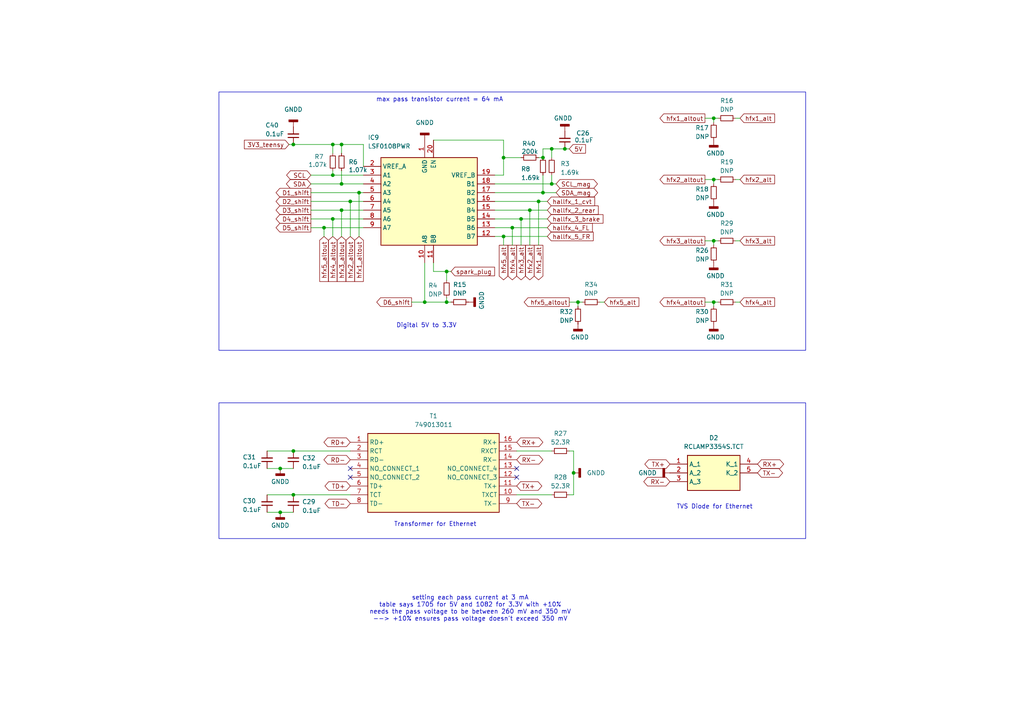
<source format=kicad_sch>
(kicad_sch (version 20250114) (generator "eeschema") (generator_version "9.0")
  (paper "A4")
  (lib_symbols
    (symbol "22XT_Main:749013011"
      (property "Reference" "T" (at 44.45 7.62 0))
      (property "Value" "749013011" (at 44.45 5.08 0))
      (symbol "749013011_1_1"
        (rectangle (start 5.08 2.54) (end 43.18 -20.32) (stroke (width 0.254)) (fill (type background)))
        (pin passive line (at 0 0 0) (length 5.08) (name "RD+") (number "1"))
        (pin passive line (at 0 -2.54 0) (length 5.08) (name "RCT") (number "2"))
        (pin passive line (at 0 -5.08 0) (length 5.08) (name "RD-") (number "3"))
        (pin passive line (at 0 -7.62 0) (length 5.08) (name "NO_CONNECT_1") (number "4"))
        (pin passive line (at 0 -10.16 0) (length 5.08) (name "NO_CONNECT_2") (number "5"))
        (pin passive line (at 0 -12.7 0) (length 5.08) (name "TD+") (number "6"))
        (pin passive line (at 0 -15.24 0) (length 5.08) (name "TCT") (number "7"))
        (pin passive line (at 0 -17.78 0) (length 5.08) (name "TD-") (number "8"))
        (pin passive line (at 48.26 0 180) (length 5.08) (name "RX+") (number "16"))
        (pin passive line (at 48.26 -2.54 180) (length 5.08) (name "RXCT") (number "15"))
        (pin passive line (at 48.26 -5.08 180) (length 5.08) (name "RX-") (number "14"))
        (pin passive line (at 48.26 -7.62 180) (length 5.08) (name "NO_CONNECT_4") (number "13"))
        (pin passive line (at 48.26 -10.16 180) (length 5.08) (name "NO_CONNECT_3") (number "12"))
        (pin passive line (at 48.26 -12.7 180) (length 5.08) (name "TX+") (number "11"))
        (pin passive line (at 48.26 -15.24 180) (length 5.08) (name "TXCT") (number "10"))
        (pin passive line (at 48.26 -17.78 180) (length 5.08) (name "TX-") (number "9"))
      )
    )
    (symbol "22XT_Main:LSF0108RKSR"
      (property "Reference" "IC" (at 31.75 17.78 0))
      (property "Value" "LSF0108RKSR" (at 31.75 15.24 0))
      (symbol "LSF0108RKSR_1_1"
        (rectangle (start 5.08 12.7) (end 30.48 -15.24) (stroke (width 0.254)) (fill (type background)))
        (pin input line (at 0 0 0) (length 5.08) (name "EN") (number "20"))
        (pin power_in line (at 0 -2.54 0) (length 5.08) (name "GND") (number "1"))
        (pin power_in line (at 7.62 -20.32 90) (length 5.08) (name "VREF_A") (number "2"))
        (pin power_in line (at 10.16 17.78 270) (length 5.08) (name "VREF_B") (number "19"))
        (pin passive line (at 10.16 -20.32 90) (length 5.08) (name "A1") (number "3"))
        (pin passive line (at 12.7 17.78 270) (length 5.08) (name "B1") (number "18"))
        (pin passive line (at 12.7 -20.32 90) (length 5.08) (name "A2") (number "4"))
        (pin passive line (at 15.24 17.78 270) (length 5.08) (name "B2") (number "17"))
        (pin passive line (at 15.24 -20.32 90) (length 5.08) (name "A3") (number "5"))
        (pin passive line (at 17.78 17.78 270) (length 5.08) (name "B3") (number "16"))
        (pin passive line (at 17.78 -20.32 90) (length 5.08) (name "A4") (number "6"))
        (pin passive line (at 20.32 17.78 270) (length 5.08) (name "B4") (number "15"))
        (pin passive line (at 20.32 -20.32 90) (length 5.08) (name "A5") (number "7"))
        (pin passive line (at 22.86 17.78 270) (length 5.08) (name "B5") (number "14"))
        (pin passive line (at 22.86 -20.32 90) (length 5.08) (name "A6") (number "8"))
        (pin passive line (at 25.4 17.78 270) (length 5.08) (name "B6") (number "13"))
        (pin passive line (at 25.4 -20.32 90) (length 5.08) (name "A7") (number "9"))
        (pin passive line (at 27.94 17.78 270) (length 5.08) (name "B7") (number "12"))
        (pin passive line (at 35.56 0 180) (length 5.08) (name "B8") (number "11"))
        (pin passive line (at 35.56 -2.54 180) (length 5.08) (name "A8") (number "10"))
      )
    )
    (symbol "22XT_Main:RCLAMP3354S.TCT"
      (property "Reference" "D" (at 21.59 7.62 0))
      (property "Value" "RCLAMP3354S.TCT" (at 21.59 5.08 0))
      (symbol "RCLAMP3354S.TCT_1_1"
        (rectangle (start 5.08 2.54) (end 20.32 -7.62) (stroke (width 0.254)) (fill (type background)))
        (pin passive line (at 0 0 0) (length 5.08) (name "A_1") (number "1"))
        (pin passive line (at 0 -2.54 0) (length 5.08) (name "A_2") (number "2"))
        (pin passive line (at 0 -5.08 0) (length 5.08) (name "A_3") (number "3"))
        (pin passive line (at 25.4 0 180) (length 5.08) (name "K_1") (number "4"))
        (pin passive line (at 25.4 -2.54 180) (length 5.08) (name "K_2") (number "5"))
      )
    )
    (symbol "Device:C_Small" (pin_numbers (hide yes)) (pin_names (offset 0.254) (hide yes))
      (property "Reference" "C" (at 0.254 1.778 0))
      (property "Value" "C_Small" (at 0.254 -2.032 0))
      (symbol "C_Small_0_1"
        (polyline (pts (xy -1.524 0.508) (xy 1.524 0.508)) (stroke (width 0.3048)))
        (polyline (pts (xy -1.524 -0.508) (xy 1.524 -0.508)) (stroke (width 0.3302)))
      )
      (symbol "C_Small_1_1"
        (pin passive line (at 0 2.54 270) (length 2.032) (name "~") (number "1"))
        (pin passive line (at 0 -2.54 90) (length 2.032) (name "~") (number "2"))
      )
    )
    (symbol "Device:R_Small" (pin_numbers (hide yes)) (pin_names (offset 0.254) (hide yes))
      (property "Reference" "R" (at 0.762 0.508 0))
      (property "Value" "R_Small" (at 0.762 -1.016 0))
      (symbol "R_Small_0_1"
        (rectangle (start -0.762 1.778) (end 0.762 -1.778) (stroke (width 0.2032)))
      )
      (symbol "R_Small_1_1"
        (pin passive line (at 0 2.54 270) (length 0.762) (name "~") (number "1"))
        (pin passive line (at 0 -2.54 90) (length 0.762) (name "~") (number "2"))
      )
    )
    (symbol "power:GNDD" (power) (pin_numbers (hide yes)) (pin_names (offset 0) (hide yes))
      (property "Value" "GNDD" (at 0 -3.175 0))
      (symbol "GNDD_0_1"
        (rectangle (start -1.27 -1.524) (end 1.27 -2.032) (stroke (width 0.254)) (fill (type outline)))
        (polyline (pts (xy 0 0) (xy 0 -1.524)))
      )
      (symbol "GNDD_1_1"
        (pin power_in line (at 0 0 270) (length 0) (name "~") (number "1"))
      )
    )
  )
  (rectangle (start 63.5 116.84) (end 233.68 156.21))
  (rectangle (start 63.5 26.67) (end 233.68 101.6))
  (text "Transformer for Ethernet\n" (at 126.238 152.146 0) (effects (font (size 1.27 1.27))))
  (text "max pass transistor current = 64 mA\n " (at 127.508 29.972 0) (effects (font (size 1.27 1.27))))
  (text "Digital 5V to 3.3V" (at 123.698 94.488 0) (effects (font (size 1.27 1.27))))
  (text "TVS Diode for Ethernet\n" (at 207.264 147.066 0) (effects (font (size 1.27 1.27))))
  (text "setting each pass current at 3 mA\ntable says 1705 for 5V and 1082 for 3.3V with +10%\nneeds the pass voltage to be between 260 mV and 350 mV\n--> +10% ensures pass voltage doesn't exceed 350 mV" (at 136.398 176.53 0) (effects (font (size 1.27 1.27))))
  (junction (at 163.83 43.18))
  (junction (at 166.37 137.16))
  (junction (at 129.54 87.63))
  (junction (at 85.09 143.51))
  (junction (at 160.02 53.34))
  (junction (at 104.14 55.88))
  (junction (at 123.19 87.63))
  (junction (at 207.01 52.07))
  (junction (at 101.6 58.42))
  (junction (at 146.05 68.58))
  (junction (at 146.05 45.72))
  (junction (at 85.09 130.81))
  (junction (at 96.52 63.5))
  (junction (at 96.52 50.8))
  (junction (at 207.01 87.63))
  (junction (at 160.02 43.18))
  (junction (at 99.06 41.91))
  (junction (at 99.06 60.96))
  (junction (at 85.09 41.91))
  (junction (at 151.13 63.5))
  (junction (at 99.06 53.34))
  (junction (at 129.54 78.74))
  (junction (at 157.48 55.88))
  (junction (at 148.59 66.04))
  (junction (at 207.01 69.85))
  (junction (at 96.52 41.91))
  (junction (at 153.67 60.96))
  (junction (at 81.28 148.59))
  (junction (at 207.01 34.29))
  (junction (at 167.64 87.63))
  (junction (at 157.48 45.72))
  (junction (at 156.21 58.42))
  (junction (at 93.98 66.04))
  (junction (at 81.28 135.89))
  (no_connect (at 101.6 138.43))
  (no_connect (at 149.86 138.43))
  (no_connect (at 149.86 135.89))
  (no_connect (at 101.6 135.89))
  (wire (pts (xy 99.06 49.53) (xy 99.06 53.34)))
  (wire (pts (xy 96.52 63.5) (xy 105.41 63.5)))
  (wire (pts (xy 166.37 143.51) (xy 165.1 143.51)))
  (wire (pts (xy 85.09 143.51) (xy 101.6 143.51)))
  (wire (pts (xy 160.02 130.81) (xy 149.86 130.81)))
  (wire (pts (xy 99.06 41.91) (xy 99.06 44.45)))
  (wire (pts (xy 104.14 55.88) (xy 105.41 55.88)))
  (wire (pts (xy 125.73 40.64) (xy 146.05 40.64)))
  (wire (pts (xy 77.47 135.89) (xy 81.28 135.89)))
  (wire (pts (xy 157.48 43.18) (xy 160.02 43.18)))
  (wire (pts (xy 123.19 76.2) (xy 123.19 87.63)))
  (wire (pts (xy 90.17 55.88) (xy 104.14 55.88)))
  (wire (pts (xy 151.13 71.12) (xy 151.13 63.5)))
  (wire (pts (xy 160.02 53.34) (xy 160.02 50.8)))
  (wire (pts (xy 204.47 52.07) (xy 207.01 52.07)))
  (wire (pts (xy 165.1 87.63) (xy 167.64 87.63)))
  (wire (pts (xy 146.05 45.72) (xy 151.13 45.72)))
  (wire (pts (xy 96.52 49.53) (xy 96.52 50.8)))
  (wire (pts (xy 167.64 88.9) (xy 167.64 87.63)))
  (wire (pts (xy 207.01 69.85) (xy 208.28 69.85)))
  (wire (pts (xy 153.67 60.96) (xy 158.75 60.96)))
  (wire (pts (xy 156.21 71.12) (xy 156.21 58.42)))
  (wire (pts (xy 93.98 68.58) (xy 93.98 66.04)))
  (wire (pts (xy 99.06 60.96) (xy 105.41 60.96)))
  (wire (pts (xy 90.17 60.96) (xy 99.06 60.96)))
  (wire (pts (xy 166.37 137.16) (xy 166.37 143.51)))
  (wire (pts (xy 96.52 41.91) (xy 96.52 44.45)))
  (wire (pts (xy 146.05 40.64) (xy 146.05 45.72)))
  (wire (pts (xy 125.73 78.74) (xy 125.73 76.2)))
  (wire (pts (xy 77.47 143.51) (xy 85.09 143.51)))
  (wire (pts (xy 156.21 58.42) (xy 158.75 58.42)))
  (wire (pts (xy 160.02 43.18) (xy 163.83 43.18)))
  (wire (pts (xy 207.01 87.63) (xy 208.28 87.63)))
  (wire (pts (xy 157.48 55.88) (xy 161.29 55.88)))
  (wire (pts (xy 99.06 68.58) (xy 99.06 60.96)))
  (wire (pts (xy 173.99 87.63) (xy 175.26 87.63)))
  (wire (pts (xy 143.51 63.5) (xy 151.13 63.5)))
  (wire (pts (xy 143.51 53.34) (xy 160.02 53.34)))
  (wire (pts (xy 213.36 87.63) (xy 214.63 87.63)))
  (wire (pts (xy 160.02 45.72) (xy 160.02 43.18)))
  (wire (pts (xy 96.52 41.91) (xy 99.06 41.91)))
  (wire (pts (xy 167.64 87.63) (xy 168.91 87.63)))
  (wire (pts (xy 207.01 35.56) (xy 207.01 34.29)))
  (wire (pts (xy 148.59 71.12) (xy 148.59 66.04)))
  (wire (pts (xy 213.36 52.07) (xy 214.63 52.07)))
  (wire (pts (xy 77.47 148.59) (xy 81.28 148.59)))
  (wire (pts (xy 157.48 43.18) (xy 157.48 45.72)))
  (wire (pts (xy 119.38 87.63) (xy 123.19 87.63)))
  (wire (pts (xy 77.47 130.81) (xy 85.09 130.81)))
  (wire (pts (xy 153.67 71.12) (xy 153.67 60.96)))
  (wire (pts (xy 207.01 53.34) (xy 207.01 52.07)))
  (wire (pts (xy 130.81 78.74) (xy 129.54 78.74)))
  (wire (pts (xy 90.17 63.5) (xy 96.52 63.5)))
  (wire (pts (xy 83.82 41.91) (xy 85.09 41.91)))
  (wire (pts (xy 96.52 68.58) (xy 96.52 63.5)))
  (wire (pts (xy 129.54 87.63) (xy 130.81 87.63)))
  (wire (pts (xy 213.36 34.29) (xy 214.63 34.29)))
  (wire (pts (xy 166.37 130.81) (xy 165.1 130.81)))
  (wire (pts (xy 207.01 71.12) (xy 207.01 69.85)))
  (wire (pts (xy 207.01 52.07) (xy 208.28 52.07)))
  (wire (pts (xy 96.52 50.8) (xy 105.41 50.8)))
  (wire (pts (xy 129.54 86.36) (xy 129.54 87.63)))
  (wire (pts (xy 143.51 50.8) (xy 146.05 50.8)))
  (wire (pts (xy 204.47 34.29) (xy 207.01 34.29)))
  (wire (pts (xy 99.06 41.91) (xy 105.41 41.91)))
  (wire (pts (xy 146.05 71.12) (xy 146.05 68.58)))
  (wire (pts (xy 160.02 143.51) (xy 149.86 143.51)))
  (wire (pts (xy 85.09 41.91) (xy 96.52 41.91)))
  (wire (pts (xy 151.13 63.5) (xy 158.75 63.5)))
  (wire (pts (xy 143.51 58.42) (xy 156.21 58.42)))
  (wire (pts (xy 85.09 130.81) (xy 101.6 130.81)))
  (wire (pts (xy 81.28 148.59) (xy 85.09 148.59)))
  (wire (pts (xy 129.54 78.74) (xy 129.54 81.28)))
  (wire (pts (xy 90.17 58.42) (xy 101.6 58.42)))
  (wire (pts (xy 143.51 66.04) (xy 148.59 66.04)))
  (wire (pts (xy 143.51 68.58) (xy 146.05 68.58)))
  (wire (pts (xy 207.01 34.29) (xy 208.28 34.29)))
  (wire (pts (xy 157.48 50.8) (xy 157.48 55.88)))
  (wire (pts (xy 81.28 135.89) (xy 85.09 135.89)))
  (wire (pts (xy 163.83 43.18) (xy 165.1 43.18)))
  (wire (pts (xy 148.59 66.04) (xy 158.75 66.04)))
  (wire (pts (xy 143.51 55.88) (xy 157.48 55.88)))
  (wire (pts (xy 166.37 130.81) (xy 166.37 137.16)))
  (wire (pts (xy 99.06 53.34) (xy 105.41 53.34)))
  (wire (pts (xy 207.01 88.9) (xy 207.01 87.63)))
  (wire (pts (xy 105.41 41.91) (xy 105.41 48.26)))
  (wire (pts (xy 90.17 66.04) (xy 93.98 66.04)))
  (wire (pts (xy 104.14 68.58) (xy 104.14 55.88)))
  (wire (pts (xy 156.21 45.72) (xy 157.48 45.72)))
  (wire (pts (xy 93.98 66.04) (xy 105.41 66.04)))
  (wire (pts (xy 146.05 68.58) (xy 158.75 68.58)))
  (wire (pts (xy 101.6 58.42) (xy 105.41 58.42)))
  (wire (pts (xy 146.05 45.72) (xy 146.05 50.8)))
  (wire (pts (xy 204.47 87.63) (xy 207.01 87.63)))
  (wire (pts (xy 213.36 69.85) (xy 214.63 69.85)))
  (wire (pts (xy 90.17 50.8) (xy 96.52 50.8)))
  (wire (pts (xy 129.54 87.63) (xy 123.19 87.63)))
  (wire (pts (xy 101.6 68.58) (xy 101.6 58.42)))
  (wire (pts (xy 90.17 53.34) (xy 99.06 53.34)))
  (wire (pts (xy 204.47 69.85) (xy 207.01 69.85)))
  (wire (pts (xy 160.02 53.34) (xy 161.29 53.34)))
  (wire (pts (xy 129.54 78.74) (xy 125.73 78.74)))
  (wire (pts (xy 143.51 60.96) (xy 153.67 60.96)))
  (global_label "SCL" (shape bidirectional) (at 90.17 50.8 180) (property "Intersheetrefs" "${INTERSHEET_REFS}" (effects (hide yes))))
  (global_label "TX+" (shape bidirectional) (at 149.86 140.97 0) (property "Intersheetrefs" "${INTERSHEET_REFS}" (effects (hide yes))))
  (global_label "RD-" (shape bidirectional) (at 101.6 133.35 180) (property "Intersheetrefs" "${INTERSHEET_REFS}" (effects (hide yes))))
  (global_label "hfx5_alt" (shape input) (at 175.26 87.63 0) (property "Intersheetrefs" "${INTERSHEET_REFS}" (effects (hide yes))))
  (global_label "hfx4_alt" (shape input) (at 214.63 87.63 0) (property "Intersheetrefs" "${INTERSHEET_REFS}" (effects (hide yes))))
  (global_label "D5_shift" (shape output) (at 90.17 66.04 180) (property "Intersheetrefs" "${INTERSHEET_REFS}" (effects (hide yes))))
  (global_label "TD+" (shape bidirectional) (at 101.6 140.97 180) (property "Intersheetrefs" "${INTERSHEET_REFS}" (effects (hide yes))))
  (global_label "SDA" (shape bidirectional) (at 90.17 53.34 180) (property "Intersheetrefs" "${INTERSHEET_REFS}" (effects (hide yes))))
  (global_label "hfx4_altout" (shape output) (at 204.47 87.63 180) (property "Intersheetrefs" "${INTERSHEET_REFS}" (effects (hide yes))))
  (global_label "TX+" (shape bidirectional) (at 194.31 134.62 180) (property "Intersheetrefs" "${INTERSHEET_REFS}" (effects (hide yes))))
  (global_label "hfx1_alt" (shape output) (at 156.21 71.12 270) (property "Intersheetrefs" "${INTERSHEET_REFS}" (effects (hide yes))))
  (global_label "TD-" (shape bidirectional) (at 101.6 146.05 180) (property "Intersheetrefs" "${INTERSHEET_REFS}" (effects (hide yes))))
  (global_label "hallfx_1_cvt" (shape input) (at 158.75 58.42 0) (property "Intersheetrefs" "${INTERSHEET_REFS}" (effects (hide yes))))
  (global_label "RX-" (shape bidirectional) (at 194.31 139.7 180) (property "Intersheetrefs" "${INTERSHEET_REFS}" (effects (hide yes))))
  (global_label "hfx1_altout" (shape output) (at 204.47 34.29 180) (property "Intersheetrefs" "${INTERSHEET_REFS}" (effects (hide yes))))
  (global_label "hfx5_altout" (shape input) (at 93.98 68.58 270) (property "Intersheetrefs" "${INTERSHEET_REFS}" (effects (hide yes))))
  (global_label "hfx2_alt" (shape output) (at 153.67 71.12 270) (property "Intersheetrefs" "${INTERSHEET_REFS}" (effects (hide yes))))
  (global_label "hfx2_altout" (shape output) (at 204.47 52.07 180) (property "Intersheetrefs" "${INTERSHEET_REFS}" (effects (hide yes))))
  (global_label "hallfx_5_FR" (shape input) (at 158.75 68.58 0) (property "Intersheetrefs" "${INTERSHEET_REFS}" (effects (hide yes))))
  (global_label "RD+" (shape bidirectional) (at 101.6 128.27 180) (property "Intersheetrefs" "${INTERSHEET_REFS}" (effects (hide yes))))
  (global_label "RX+" (shape bidirectional) (at 219.71 134.62 0) (property "Intersheetrefs" "${INTERSHEET_REFS}" (effects (hide yes))))
  (global_label "D2_shift" (shape output) (at 90.17 58.42 180) (property "Intersheetrefs" "${INTERSHEET_REFS}" (effects (hide yes))))
  (global_label "hfx2_alt" (shape input) (at 214.63 52.07 0) (property "Intersheetrefs" "${INTERSHEET_REFS}" (effects (hide yes))))
  (global_label "hfx4_altout" (shape input) (at 96.52 68.58 270) (property "Intersheetrefs" "${INTERSHEET_REFS}" (effects (hide yes))))
  (global_label "hallfx_2_rear" (shape input) (at 158.75 60.96 0) (property "Intersheetrefs" "${INTERSHEET_REFS}" (effects (hide yes))))
  (global_label "3V3_teensy" (shape input) (at 83.82 41.91 180) (property "Intersheetrefs" "${INTERSHEET_REFS}" (effects (hide yes))))
  (global_label "D1_shift" (shape output) (at 90.17 55.88 180) (property "Intersheetrefs" "${INTERSHEET_REFS}" (effects (hide yes))))
  (global_label "hfx3_alt" (shape input) (at 214.63 69.85 0) (property "Intersheetrefs" "${INTERSHEET_REFS}" (effects (hide yes))))
  (global_label "RX-" (shape bidirectional) (at 149.86 133.35 0) (property "Intersheetrefs" "${INTERSHEET_REFS}" (effects (hide yes))))
  (global_label "D3_shift" (shape output) (at 90.17 60.96 180) (property "Intersheetrefs" "${INTERSHEET_REFS}" (effects (hide yes))))
  (global_label "hfx3_altout" (shape output) (at 204.47 69.85 180) (property "Intersheetrefs" "${INTERSHEET_REFS}" (effects (hide yes))))
  (global_label "SCL_mag" (shape bidirectional) (at 161.29 53.34 0) (property "Intersheetrefs" "${INTERSHEET_REFS}" (effects (hide yes))))
  (global_label "SDA_mag" (shape bidirectional) (at 161.29 55.88 0) (property "Intersheetrefs" "${INTERSHEET_REFS}" (effects (hide yes))))
  (global_label "hfx3_alt" (shape output) (at 151.13 71.12 270) (property "Intersheetrefs" "${INTERSHEET_REFS}" (effects (hide yes))))
  (global_label "D6_shift" (shape output) (at 119.38 87.63 180) (property "Intersheetrefs" "${INTERSHEET_REFS}" (effects (hide yes))))
  (global_label "5V" (shape input) (at 165.1 43.18 0) (property "Intersheetrefs" "${INTERSHEET_REFS}" (effects (hide yes))))
  (global_label "spark_plug" (shape input) (at 130.81 78.74 0) (property "Intersheetrefs" "${INTERSHEET_REFS}" (effects (hide yes))))
  (global_label "D4_shift" (shape output) (at 90.17 63.5 180) (property "Intersheetrefs" "${INTERSHEET_REFS}" (effects (hide yes))))
  (global_label "hfx1_alt" (shape input) (at 214.63 34.29 0) (property "Intersheetrefs" "${INTERSHEET_REFS}" (effects (hide yes))))
  (global_label "hfx2_altout" (shape input) (at 101.6 68.58 270) (property "Intersheetrefs" "${INTERSHEET_REFS}" (effects (hide yes))))
  (global_label "hfx4_alt" (shape output) (at 148.59 71.12 270) (property "Intersheetrefs" "${INTERSHEET_REFS}" (effects (hide yes))))
  (global_label "RX+" (shape bidirectional) (at 149.86 128.27 0) (property "Intersheetrefs" "${INTERSHEET_REFS}" (effects (hide yes))))
  (global_label "TX-" (shape bidirectional) (at 149.86 146.05 0) (property "Intersheetrefs" "${INTERSHEET_REFS}" (effects (hide yes))))
  (global_label "TX-" (shape bidirectional) (at 219.71 137.16 0) (property "Intersheetrefs" "${INTERSHEET_REFS}" (effects (hide yes))))
  (global_label "hallfx_4_FL" (shape input) (at 158.75 66.04 0) (property "Intersheetrefs" "${INTERSHEET_REFS}" (effects (hide yes))))
  (global_label "hfx3_altout" (shape input) (at 99.06 68.58 270) (property "Intersheetrefs" "${INTERSHEET_REFS}" (effects (hide yes))))
  (global_label "hallfx_3_brake" (shape input) (at 158.75 63.5 0) (property "Intersheetrefs" "${INTERSHEET_REFS}" (effects (hide yes))))
  (global_label "hfx5_altout" (shape output) (at 165.1 87.63 180) (property "Intersheetrefs" "${INTERSHEET_REFS}" (effects (hide yes))))
  (global_label "hfx1_altout" (shape input) (at 104.14 68.58 270) (property "Intersheetrefs" "${INTERSHEET_REFS}" (effects (hide yes))))
  (global_label "hfx5_alt" (shape output) (at 146.05 71.12 270) (property "Intersheetrefs" "${INTERSHEET_REFS}" (effects (hide yes))))
  (symbol (lib_id "power:GNDD") (at 167.64 93.98 0) (unit 1)
    (property "Reference" "#PWR071" (effects (hide yes)))
    (property "Value" "GNDD" (at 168.148 97.79 0))
    (property "Description" "Power symbol creates a global label with name \"GNDD\" , digital ground" (effects (hide yes)))
  )
  (symbol (lib_id "power:GNDD") (at 207.01 40.64 0) (unit 1)
    (property "Reference" "#PWR067" (effects (hide yes)))
    (property "Value" "GNDD" (at 207.518 44.45 0))
    (property "Description" "Power symbol creates a global label with name \"GNDD\" , digital ground" (effects (hide yes)))
  )
  (symbol (lib_id "Device:R_Small") (at 167.64 91.44 0) (unit 1)
    (property "Reference" "R32" (at 162.306 90.424 0) (effects (justify left)))
    (property "Value" "DNP" (at 162.306 92.964 0) (effects (justify left)))
    (property "Footprint" "Resistor_SMD:R_0402_1005Metric" (effects (hide yes)))
    (property "Description" "Resistor, small symbol" (effects (hide yes)))
  )
  (symbol (lib_id "Device:R_Small") (at 210.82 52.07 270) (unit 1)
    (property "Reference" "R19" (at 210.82 46.99 90))
    (property "Value" "DNP" (at 210.82 49.53 90))
    (property "Footprint" "Resistor_SMD:R_0402_1005Metric" (effects (hide yes)))
    (property "Description" "Resistor, small symbol" (effects (hide yes)))
  )
  (symbol (lib_id "Device:R_Small") (at 133.35 87.63 270) (unit 1)
    (property "Reference" "R15" (at 133.35 82.55 90))
    (property "Value" "DNP" (at 133.35 85.09 90))
    (property "Footprint" "Resistor_SMD:R_0402_1005Metric" (effects (hide yes)))
    (property "Description" "Resistor, small symbol" (effects (hide yes)))
  )
  (symbol (lib_id "power:GNDD") (at 207.01 93.98 0) (unit 1)
    (property "Reference" "#PWR070" (effects (hide yes)))
    (property "Value" "GNDD" (at 207.518 97.79 0))
    (property "Description" "Power symbol creates a global label with name \"GNDD\" , digital ground" (effects (hide yes)))
  )
  (symbol (lib_id "Device:R_Small") (at 207.01 38.1 0) (unit 1)
    (property "Reference" "R17" (at 201.676 37.084 0) (effects (justify left)))
    (property "Value" "DNP" (at 201.676 39.624 0) (effects (justify left)))
    (property "Footprint" "Resistor_SMD:R_0402_1005Metric" (effects (hide yes)))
    (property "Description" "Resistor, small symbol" (effects (hide yes)))
  )
  (symbol (lib_id "Device:R_Small") (at 210.82 87.63 270) (unit 1)
    (property "Reference" "R31" (at 210.82 82.55 90))
    (property "Value" "DNP" (at 210.82 85.09 90))
    (property "Footprint" "Resistor_SMD:R_0402_1005Metric" (effects (hide yes)))
    (property "Description" "Resistor, small symbol" (effects (hide yes)))
  )
  (symbol (lib_id "22XT_Main:749013011") (at 101.6 128.27 0) (unit 1)
    (property "Reference" "T1" (at 125.73 120.65 0))
    (property "Value" "749013011" (at 125.73 123.19 0))
    (property "Footprint" "22XT_Main:749013011" (effects (hide yes)))
    (property "Datasheet" "https://www.we-online.de/katalog/datasheet/749013011.pdf" (effects (hide yes)))
    (property "Description" "LAN-Transformer WE-LAN 10/100 Base Tx" (effects (hide yes)))
    (property "Height" "5.33" (effects (hide yes)))
    (property "Mouser Part Number" "710-749013011" (effects (hide yes)))
    (property "Mouser Price/Stock" "https://www.mouser.co.uk/ProductDetail/Wurth-Elektronik/749013011?qs=2sV1BwmkawRYxGj1O9AWzA%3D%3D" (effects (hide yes)))
    (property "Manufacturer_Name" "Wurth Elektronik" (effects (hide yes)))
    (property "Manufacturer_Part_Number" "749013011" (effects (hide yes)))
  )
  (symbol (lib_id "Device:R_Small") (at 157.48 48.26 0) (unit 1)
    (property "Reference" "R8" (at 151.13 49.022 0) (effects (justify left)))
    (property "Value" "1.69k" (at 151.13 51.562 0) (effects (justify left)))
    (property "Footprint" "Resistor_SMD:R_0402_1005Metric" (effects (hide yes)))
    (property "Description" "Resistor, small symbol" (effects (hide yes)))
  )
  (symbol (lib_id "Device:R_Small") (at 96.52 46.99 0) (unit 1)
    (property "Reference" "R7" (at 91.186 45.466 0) (effects (justify left)))
    (property "Value" "1.07k" (at 89.408 47.752 0) (effects (justify left)))
    (property "Footprint" "Resistor_SMD:R_0402_1005Metric" (effects (hide yes)))
    (property "Description" "Resistor, small symbol" (effects (hide yes)))
  )
  (symbol (lib_id "Device:C_Small") (at 163.83 40.64 180) (unit 1)
    (property "Reference" "C26" (at 167.132 38.608 0) (effects (justify right)))
    (property "Value" "0.1uF" (at 166.624 40.64 0) (effects (justify right)))
    (property "Footprint" "Capacitor_SMD:C_0402_1005Metric" (effects (hide yes)))
    (property "Description" "Unpolarized capacitor, small symbol" (effects (hide yes)))
  )
  (symbol (lib_id "power:GNDD") (at 81.28 148.59 0) (unit 1)
    (property "Reference" "#PWR040" (effects (hide yes)))
    (property "Value" "GNDD" (at 81.28 152.4 0))
    (property "Description" "Power symbol creates a global label with name \"GNDD\" , digital ground" (effects (hide yes)))
  )
  (symbol (lib_id "power:GNDD") (at 123.19 40.64 180) (unit 1)
    (property "Reference" "#PWR063" (effects (hide yes)))
    (property "Value" "GNDD" (at 123.19 35.56 0))
    (property "Description" "Power symbol creates a global label with name \"GNDD\" , digital ground" (effects (hide yes)))
  )
  (symbol (lib_id "power:GNDD") (at 85.09 36.83 180) (unit 1)
    (property "Reference" "#PWR037" (effects (hide yes)))
    (property "Value" "GNDD" (at 85.09 31.75 0))
    (property "Description" "Power symbol creates a global label with name \"GNDD\" , digital ground" (effects (hide yes)))
  )
  (symbol (lib_id "power:GNDD") (at 166.37 137.16 90) (unit 1)
    (property "Reference" "#PWR039" (effects (hide yes)))
    (property "Value" "GNDD" (at 170.18 137.1599 90) (effects (justify right)))
    (property "Description" "Power symbol creates a global label with name \"GNDD\" , digital ground" (effects (hide yes)))
  )
  (symbol (lib_id "Device:C_Small") (at 77.47 133.35 180) (unit 1)
    (property "Reference" "C31" (at 70.358 132.588 0) (effects (justify right)))
    (property "Value" "0.1uF" (at 70.358 135.128 0) (effects (justify right)))
    (property "Footprint" "Capacitor_SMD:C_0402_1005Metric" (effects (hide yes)))
    (property "Description" "Unpolarized capacitor, small symbol" (effects (hide yes)))
  )
  (symbol (lib_id "power:GNDD") (at 194.31 137.16 270) (unit 1)
    (property "Reference" "#PWR057" (effects (hide yes)))
    (property "Value" "GNDD" (at 190.5 137.1599 90) (effects (justify right)))
    (property "Description" "Power symbol creates a global label with name \"GNDD\" , digital ground" (effects (hide yes)))
  )
  (symbol (lib_id "22XT_Main:LSF0108RKSR") (at 125.73 40.64 270) (unit 1)
    (property "Reference" "IC9" (at 106.68 39.878 90) (effects (justify left)))
    (property "Value" "LSF0108PWR" (at 106.68 42.418 90) (effects (justify left)))
    (property "Footprint" "22XT_Main:SOP65P640X120-20N" (effects (hide yes)))
    (property "Datasheet" "http://www.ti.com/general/docs/lit/getliterature.tsp?genericPartNumber=LSF0108&&fileType=pdf" (effects (hide yes)))
    (property "Description" "TEXAS INSTRUMENTS - LSF0108RKSR - VOLT LEVEL TRANSLATOR, OCTAL, VQFN-20" (effects (hide yes)))
    (property "Mouser Part Number" "595-LSF0108RKSR" (effects (hide yes)))
    (property "Mouser Price/Stock" "https://www.mouser.co.uk/ProductDetail/Texas-Instruments/LSF0108RKSR?qs=MJut%252BdqOEgjUt1B5ieCOVg%3D%3D" (effects (hide yes)))
    (property "Manufacturer_Name" "Texas Instruments" (effects (hide yes)))
    (property "Manufacturer_Part_Number" "LSF0108RKSR" (effects (hide yes)))
  )
  (symbol (lib_id "Device:R_Small") (at 171.45 87.63 270) (unit 1)
    (property "Reference" "R34" (at 171.45 82.55 90))
    (property "Value" "DNP" (at 171.45 85.09 90))
    (property "Footprint" "Resistor_SMD:R_0402_1005Metric" (effects (hide yes)))
    (property "Description" "Resistor, small symbol" (effects (hide yes)))
  )
  (symbol (lib_id "Device:C_Small") (at 85.09 133.35 180) (unit 1)
    (property "Reference" "C32" (at 87.63 132.842 0) (effects (justify right)))
    (property "Value" "0.1uF" (at 87.63 135.382 0) (effects (justify right)))
    (property "Footprint" "Capacitor_SMD:C_0402_1005Metric" (effects (hide yes)))
    (property "Description" "Unpolarized capacitor, small symbol" (effects (hide yes)))
  )
  (symbol (lib_id "Device:R_Small") (at 210.82 69.85 270) (unit 1)
    (property "Reference" "R29" (at 210.82 64.77 90))
    (property "Value" "DNP" (at 210.82 67.31 90))
    (property "Footprint" "Resistor_SMD:R_0402_1005Metric" (effects (hide yes)))
    (property "Description" "Resistor, small symbol" (effects (hide yes)))
  )
  (symbol (lib_id "power:GNDD") (at 163.83 38.1 180) (unit 1)
    (property "Reference" "#PWR065" (effects (hide yes)))
    (property "Value" "GNDD" (at 163.322 34.29 0))
    (property "Description" "Power symbol creates a global label with name \"GNDD\" , digital ground" (effects (hide yes)))
  )
  (symbol (lib_id "Device:R_Small") (at 99.06 46.99 0) (unit 1)
    (property "Reference" "R6" (at 101.092 46.99 0) (effects (justify left)))
    (property "Value" "1.07k" (at 101.092 49.276 0) (effects (justify left)))
    (property "Footprint" "Resistor_SMD:R_0402_1005Metric" (effects (hide yes)))
    (property "Description" "Resistor, small symbol" (effects (hide yes)))
  )
  (symbol (lib_id "Device:R_Small") (at 210.82 34.29 270) (unit 1)
    (property "Reference" "R16" (at 210.82 29.21 90))
    (property "Value" "DNP" (at 210.82 31.75 90))
    (property "Footprint" "Resistor_SMD:R_0402_1005Metric" (effects (hide yes)))
    (property "Description" "Resistor, small symbol" (effects (hide yes)))
  )
  (symbol (lib_id "Device:R_Small") (at 153.67 45.72 270) (unit 1)
    (property "Reference" "R40" (at 153.416 41.656 90))
    (property "Value" "200k" (at 153.67 43.942 90))
    (property "Footprint" "Resistor_SMD:R_0402_1005Metric" (effects (hide yes)))
    (property "Description" "Resistor, small symbol" (effects (hide yes)))
  )
  (symbol (lib_id "Device:R_Small") (at 129.54 83.82 0) (unit 1)
    (property "Reference" "R4" (at 124.206 82.804 0) (effects (justify left)))
    (property "Value" "DNP" (at 124.206 85.344 0) (effects (justify left)))
    (property "Footprint" "Resistor_SMD:R_0402_1005Metric" (effects (hide yes)))
    (property "Description" "Resistor, small symbol" (effects (hide yes)))
  )
  (symbol (lib_id "Device:C_Small") (at 77.47 146.05 180) (unit 1)
    (property "Reference" "C30" (at 70.358 145.288 0) (effects (justify right)))
    (property "Value" "0.1uF" (at 70.358 147.828 0) (effects (justify right)))
    (property "Footprint" "Capacitor_SMD:C_0402_1005Metric" (effects (hide yes)))
    (property "Description" "Unpolarized capacitor, small symbol" (effects (hide yes)))
  )
  (symbol (lib_id "power:GNDD") (at 207.01 58.42 0) (unit 1)
    (property "Reference" "#PWR068" (effects (hide yes)))
    (property "Value" "GNDD" (at 207.518 62.23 0))
    (property "Description" "Power symbol creates a global label with name \"GNDD\" , digital ground" (effects (hide yes)))
  )
  (symbol (lib_id "Device:R_Small") (at 207.01 73.66 0) (unit 1)
    (property "Reference" "R26" (at 201.676 72.644 0) (effects (justify left)))
    (property "Value" "DNP" (at 201.676 75.184 0) (effects (justify left)))
    (property "Footprint" "Resistor_SMD:R_0402_1005Metric" (effects (hide yes)))
    (property "Description" "Resistor, small symbol" (effects (hide yes)))
  )
  (symbol (lib_id "Device:R_Small") (at 207.01 91.44 0) (unit 1)
    (property "Reference" "R30" (at 201.676 90.424 0) (effects (justify left)))
    (property "Value" "DNP" (at 201.676 92.964 0) (effects (justify left)))
    (property "Footprint" "Resistor_SMD:R_0402_1005Metric" (effects (hide yes)))
    (property "Description" "Resistor, small symbol" (effects (hide yes)))
  )
  (symbol (lib_id "Device:C_Small") (at 85.09 39.37 180) (unit 1)
    (property "Reference" "C40" (at 76.962 36.322 0) (effects (justify right)))
    (property "Value" "0.1uF" (at 76.962 38.862 0) (effects (justify right)))
    (property "Footprint" "Capacitor_SMD:C_0402_1005Metric" (effects (hide yes)))
    (property "Description" "Unpolarized capacitor, small symbol" (effects (hide yes)))
  )
  (symbol (lib_id "power:GNDD") (at 207.01 76.2 0) (unit 1)
    (property "Reference" "#PWR069" (effects (hide yes)))
    (property "Value" "GNDD" (at 207.518 80.01 0))
    (property "Description" "Power symbol creates a global label with name \"GNDD\" , digital ground" (effects (hide yes)))
  )
  (symbol (lib_id "Device:R_Small") (at 162.56 143.51 270) (unit 1)
    (property "Reference" "R28" (at 162.56 138.43 90))
    (property "Value" "52.3R" (at 162.56 140.97 90))
    (property "Footprint" "Resistor_SMD:R_0402_1005Metric" (effects (hide yes)))
    (property "Description" "Resistor, small symbol" (effects (hide yes)))
  )
  (symbol (lib_id "Device:R_Small") (at 207.01 55.88 0) (unit 1)
    (property "Reference" "R18" (at 201.676 54.864 0) (effects (justify left)))
    (property "Value" "DNP" (at 201.676 57.404 0) (effects (justify left)))
    (property "Footprint" "Resistor_SMD:R_0402_1005Metric" (effects (hide yes)))
    (property "Description" "Resistor, small symbol" (effects (hide yes)))
  )
  (symbol (lib_id "Device:R_Small") (at 160.02 48.26 0) (unit 1)
    (property "Reference" "R3" (at 162.56 47.498 0) (effects (justify left)))
    (property "Value" "1.69k" (at 162.56 50.038 0) (effects (justify left)))
    (property "Footprint" "Resistor_SMD:R_0402_1005Metric" (effects (hide yes)))
    (property "Description" "Resistor, small symbol" (effects (hide yes)))
  )
  (symbol (lib_id "Device:C_Small") (at 85.09 146.05 180) (unit 1)
    (property "Reference" "C29" (at 87.63 145.542 0) (effects (justify right)))
    (property "Value" "0.1uF" (at 87.63 148.082 0) (effects (justify right)))
    (property "Footprint" "Capacitor_SMD:C_0402_1005Metric" (effects (hide yes)))
    (property "Description" "Unpolarized capacitor, small symbol" (effects (hide yes)))
  )
  (symbol (lib_id "Device:R_Small") (at 162.56 130.81 270) (unit 1)
    (property "Reference" "R27" (at 162.56 125.73 90))
    (property "Value" "52.3R" (at 162.56 128.27 90))
    (property "Footprint" "Resistor_SMD:R_0402_1005Metric" (effects (hide yes)))
    (property "Description" "Resistor, small symbol" (effects (hide yes)))
  )
  (symbol (lib_id "22XT_Main:RCLAMP3354S.TCT") (at 194.31 134.62 0) (unit 1)
    (property "Reference" "D2" (at 207.01 127 0))
    (property "Value" "RCLAMP3354S.TCT" (at 207.01 129.54 0))
    (property "Footprint" "Package_TO_SOT_SMD:SOT-23-5" (effects (hide yes)))
    (property "Datasheet" "https://semtech.my.salesforce.com/sfc/p/#E0000000JelG/a/44000000MCrm/q3IJaquvh9BkANCL4E8HYT8vxS.k3jwPHRhsWr6XNsI" (effects (hide yes)))
    (property "Description" "ESD Suppressors / TVS Diodes 3.3V 4 LINE LOW CAP" (effects (hide yes)))
    (property "Height" "1.45" (effects (hide yes)))
    (property "Mouser Part Number" "947-RCLAMP3354S.TCT" (effects (hide yes)))
    (property "Mouser Price/Stock" "https://www.mouser.co.uk/ProductDetail/Semtech/RCLAMP3354S.TCT?qs=rBWM4%252BvDhIcjyMg1J9MbMw%3D%3D" (effects (hide yes)))
    (property "Manufacturer_Name" "SEMTECH" (effects (hide yes)))
    (property "Manufacturer_Part_Number" "RCLAMP3354S.TCT" (effects (hide yes)))
  )
  (symbol (lib_id "power:GNDD") (at 81.28 135.89 0) (unit 1)
    (property "Reference" "#PWR041" (effects (hide yes)))
    (property "Value" "GNDD" (at 81.28 139.7 0))
    (property "Description" "Power symbol creates a global label with name \"GNDD\" , digital ground" (effects (hide yes)))
  )
  (symbol (lib_id "power:GNDD") (at 135.89 87.63 90) (unit 1)
    (property "Reference" "#PWR066" (effects (hide yes)))
    (property "Value" "GNDD" (at 139.7 87.122 0))
    (property "Description" "Power symbol creates a global label with name \"GNDD\" , digital ground" (effects (hide yes)))
  )
)
</source>
